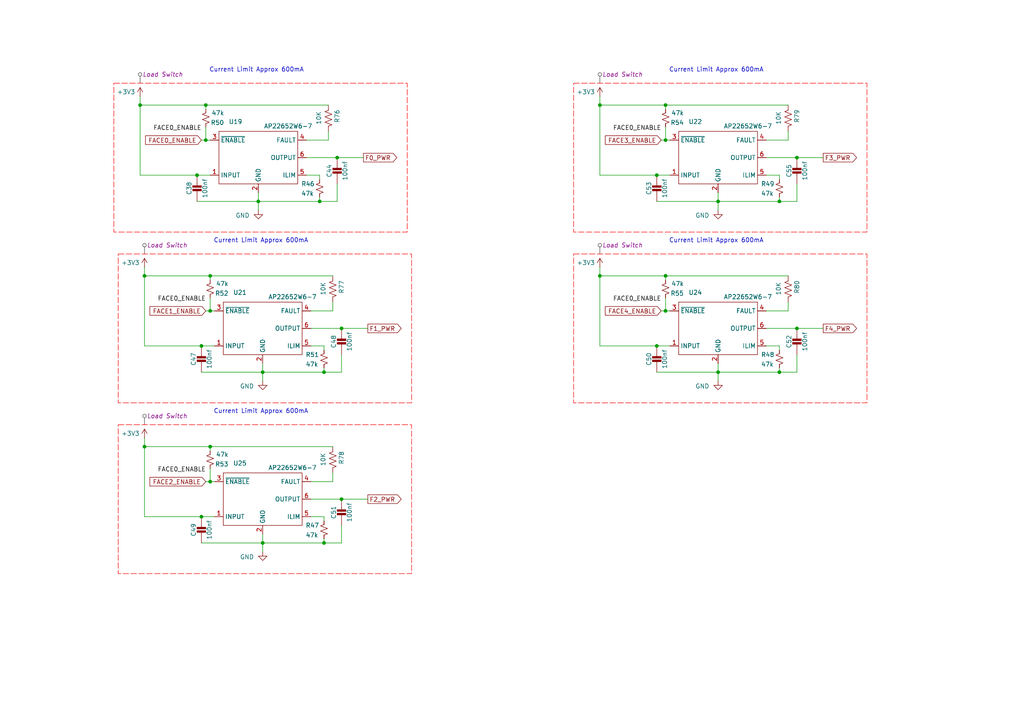
<source format=kicad_sch>
(kicad_sch (version 20250114) (generator "eeschema") (generator_version "9.0")
  (paper "A4")
  (lib_symbols
    (symbol "AP22652W6-7_1"
      (property "Reference" "U" (at -6.35 8.636 0))
      (property "Value" "AP22652W6-7" (at 8.636 9.144 0))
      (symbol "AP22652W6-7_1_0_1"
        (rectangle (start -11.43 7.62) (end 11.43 -7.62))
      )
      (symbol "AP22652W6-7_1_1_1"
        (pin output line (at -13.97 5.08 0) (length 2.54) (name "~{ENABLE}") (number "3"))
        (pin input line (at -13.97 -5.08 0) (length 2.54) (name "INPUT") (number "1"))
        (pin output line (at 0 -10.16 90) (length 2.54) (name "GND") (number "2"))
        (pin output line (at 13.97 5.08 180) (length 2.54) (name "FAULT") (number "4"))
        (pin output line (at 13.97 0 180) (length 2.54) (name "OUTPUT") (number "6"))
        (pin output line (at 13.97 -5.08 180) (length 2.54) (name "ILIM") (number "5"))
      )
    )
    (symbol "Adafruit ItsyBitsy RP2040-eagle-import:CAP_CERAMIC_0402NO"
      (property "Reference" "C" (at -2.29 1.25 90))
      (property "Value" "CAP_CERAMIC_0402NO" (at 2.3 1.25 90))
      (symbol "CAP_CERAMIC_0402NO_1_0"
        (rectangle (start -1.27 1.524) (end 1.27 2.032) (fill (type outline)))
        (rectangle (start -1.27 0.508) (end 1.27 1.016) (fill (type outline)))
        (polyline (pts (xy 0 2.54) (xy 0 1.778)) (stroke (width 0.1524)))
        (polyline (pts (xy 0 0.762) (xy 0 0)) (stroke (width 0.1524)))
        (pin passive line (at 0 5.08 270) (length 2.54) (name "1") (number "1"))
        (pin passive line (at 0 -2.54 90) (length 2.54) (name "2") (number "2"))
      )
    )
    (symbol "Device:R_Small_US" (pin_numbers (hide yes)) (pin_names (offset 0.254) (hide yes))
      (property "Reference" "R" (at 0.762 0.508 0))
      (property "Value" "R_Small_US" (at 0.762 -1.016 0))
      (symbol "R_Small_US_1_1"
        (polyline (pts (xy 0 1.524) (xy 1.016 1.143) (xy 0 0.762) (xy -1.016 0.381) (xy 0 0)))
        (polyline (pts (xy 0 0) (xy 1.016 -0.381) (xy 0 -0.762) (xy -1.016 -1.143) (xy 0 -1.524)))
        (pin passive line (at 0 2.54 270) (length 1.016) (name "~") (number "1"))
        (pin passive line (at 0 -2.54 90) (length 1.016) (name "~") (number "2"))
      )
    )
    (symbol "Device:R_US" (pin_numbers (hide yes)) (pin_names (offset 0))
      (property "Reference" "R" (at 2.54 0 90))
      (property "Value" "R_US" (at -2.54 0 90))
      (symbol "R_US_0_1"
        (polyline (pts (xy 0 2.286) (xy 0 2.54)))
        (polyline (pts (xy 0 2.286) (xy 1.016 1.905) (xy 0 1.524) (xy -1.016 1.143) (xy 0 0.762)))
        (polyline (pts (xy 0 0.762) (xy 1.016 0.381) (xy 0 0) (xy -1.016 -0.381) (xy 0 -0.762)))
        (polyline (pts (xy 0 -0.762) (xy 1.016 -1.143) (xy 0 -1.524) (xy -1.016 -1.905) (xy 0 -2.286)))
        (polyline (pts (xy 0 -2.286) (xy 0 -2.54)))
      )
      (symbol "R_US_1_1"
        (pin passive line (at 0 3.81 270) (length 1.27) (name "~") (number "1"))
        (pin passive line (at 0 -3.81 90) (length 1.27) (name "~") (number "2"))
      )
    )
    (symbol "GND_1" (power) (pin_numbers (hide yes)) (pin_names (offset 0) (hide yes))
      (property "Value" "GND" (at 0 -3.81 0))
      (symbol "GND_1_0_1"
        (polyline (pts (xy 0 0) (xy 0 -1.27) (xy 1.27 -1.27) (xy 0 -2.54) (xy -1.27 -1.27) (xy 0 -1.27)))
      )
      (symbol "GND_1_1_1"
        (pin power_in line (at 0 0 270) (length 0) (name "~") (number "1"))
      )
    )
    (symbol "power:+3V3" (power) (pin_numbers (hide yes)) (pin_names (offset 0) (hide yes))
      (property "Value" "+3V3" (at 0 3.556 0))
      (symbol "+3V3_0_1"
        (polyline (pts (xy -0.762 1.27) (xy 0 2.54)))
        (polyline (pts (xy 0 2.54) (xy 0.762 1.27)))
        (polyline (pts (xy 0 0) (xy 0 2.54)))
      )
      (symbol "+3V3_1_1"
        (pin power_in line (at 0 0 90) (length 0) (name "~") (number "1"))
      )
    )
  )
  (text "Current Limit Approx 600mA" (at 74.422 20.32 0) (effects (font (size 1.27 1.27))))
  (text "Current Limit Approx 600mA" (at 207.772 69.85 0) (effects (font (size 1.27 1.27))))
  (text "Current Limit Approx 600mA" (at 207.772 20.32 0) (effects (font (size 1.27 1.27))))
  (text "Current Limit Approx 600mA" (at 75.692 69.85 0) (effects (font (size 1.27 1.27))))
  (text "Current Limit Approx 600mA" (at 75.692 119.38 0) (effects (font (size 1.27 1.27))))
  (junction (at 41.91 129.54))
  (junction (at 41.91 80.01))
  (junction (at 193.04 80.01))
  (junction (at 208.28 58.42))
  (junction (at 60.96 80.01))
  (junction (at 231.14 95.25))
  (junction (at 60.96 129.54))
  (junction (at 60.96 139.7))
  (junction (at 193.04 30.48))
  (junction (at 193.04 40.64))
  (junction (at 59.69 40.64))
  (junction (at 74.93 58.42))
  (junction (at 59.69 30.48))
  (junction (at 93.98 157.48))
  (junction (at 60.96 90.17))
  (junction (at 231.14 45.72))
  (junction (at 57.15 50.8))
  (junction (at 99.06 144.78))
  (junction (at 173.99 80.01))
  (junction (at 76.2 157.48))
  (junction (at 193.04 90.17))
  (junction (at 76.2 107.95))
  (junction (at 99.06 95.25))
  (junction (at 226.06 107.95))
  (junction (at 97.79 45.72))
  (junction (at 226.06 58.42))
  (junction (at 208.28 107.95))
  (junction (at 93.98 107.95))
  (junction (at 190.5 50.8))
  (junction (at 92.71 58.42))
  (junction (at 40.64 30.48))
  (junction (at 58.42 149.86))
  (junction (at 58.42 100.33))
  (junction (at 190.5 100.33))
  (junction (at 173.99 30.48))
  (wire (pts (xy 226.06 100.33) (xy 222.25 100.33)))
  (wire (pts (xy 58.42 157.48) (xy 76.2 157.48)))
  (wire (pts (xy 99.06 95.25) (xy 106.68 95.25)))
  (wire (pts (xy 193.04 86.36) (xy 193.04 90.17)))
  (wire (pts (xy 60.96 80.01) (xy 60.96 81.28)))
  (wire (pts (xy 222.25 40.64) (xy 228.6 40.64)))
  (wire (pts (xy 60.96 135.89) (xy 60.96 139.7)))
  (wire (pts (xy 95.25 40.64) (xy 95.25 38.1)))
  (wire (pts (xy 92.71 50.8) (xy 88.9 50.8)))
  (wire (pts (xy 231.14 95.25) (xy 238.76 95.25)))
  (wire (pts (xy 228.6 40.64) (xy 228.6 38.1)))
  (wire (pts (xy 208.28 55.88) (xy 208.28 58.42)))
  (wire (pts (xy 190.5 50.8) (xy 173.99 50.8)))
  (wire (pts (xy 41.91 80.01) (xy 41.91 100.33)))
  (wire (pts (xy 226.06 50.8) (xy 222.25 50.8)))
  (wire (pts (xy 57.15 50.8) (xy 60.96 50.8)))
  (wire (pts (xy 96.52 139.7) (xy 96.52 137.16)))
  (wire (pts (xy 190.5 100.33) (xy 173.99 100.33)))
  (wire (pts (xy 190.5 50.8) (xy 194.31 50.8)))
  (wire (pts (xy 90.17 90.17) (xy 96.52 90.17)))
  (wire (pts (xy 59.69 36.83) (xy 59.69 40.64)))
  (wire (pts (xy 222.25 90.17) (xy 228.6 90.17)))
  (wire (pts (xy 88.9 40.64) (xy 95.25 40.64)))
  (wire (pts (xy 41.91 77.47) (xy 41.91 80.01)))
  (wire (pts (xy 191.77 90.17) (xy 193.04 90.17)))
  (wire (pts (xy 190.5 58.42) (xy 208.28 58.42)))
  (wire (pts (xy 208.28 58.42) (xy 208.28 60.96)))
  (wire (pts (xy 60.96 129.54) (xy 60.96 130.81)))
  (wire (pts (xy 76.2 154.94) (xy 76.2 157.48)))
  (wire (pts (xy 58.42 107.95) (xy 76.2 107.95)))
  (wire (pts (xy 99.06 152.4) (xy 99.06 157.48)))
  (wire (pts (xy 74.93 58.42) (xy 92.71 58.42)))
  (wire (pts (xy 226.06 52.07) (xy 226.06 50.8)))
  (wire (pts (xy 190.5 107.95) (xy 208.28 107.95)))
  (wire (pts (xy 40.64 30.48) (xy 59.69 30.48)))
  (wire (pts (xy 58.42 40.64) (xy 59.69 40.64)))
  (wire (pts (xy 99.06 157.48) (xy 93.98 157.48)))
  (wire (pts (xy 57.15 58.42) (xy 74.93 58.42)))
  (wire (pts (xy 193.04 30.48) (xy 193.04 31.75)))
  (wire (pts (xy 93.98 149.86) (xy 90.17 149.86)))
  (wire (pts (xy 208.28 105.41) (xy 208.28 107.95)))
  (wire (pts (xy 193.04 30.48) (xy 228.6 30.48)))
  (wire (pts (xy 40.64 30.48) (xy 40.64 50.8)))
  (wire (pts (xy 194.31 40.64) (xy 193.04 40.64)))
  (wire (pts (xy 173.99 27.94) (xy 173.99 30.48)))
  (wire (pts (xy 99.06 144.78) (xy 106.68 144.78)))
  (wire (pts (xy 41.91 129.54) (xy 60.96 129.54)))
  (wire (pts (xy 59.69 139.7) (xy 60.96 139.7)))
  (wire (pts (xy 92.71 58.42) (xy 92.71 57.15)))
  (wire (pts (xy 62.23 90.17) (xy 60.96 90.17)))
  (wire (pts (xy 40.64 27.94) (xy 40.64 30.48)))
  (wire (pts (xy 93.98 101.6) (xy 93.98 100.33)))
  (wire (pts (xy 231.14 45.72) (xy 238.76 45.72)))
  (wire (pts (xy 231.14 53.34) (xy 231.14 58.42)))
  (wire (pts (xy 226.06 107.95) (xy 226.06 106.68)))
  (wire (pts (xy 193.04 80.01) (xy 193.04 81.28)))
  (wire (pts (xy 228.6 90.17) (xy 228.6 87.63)))
  (wire (pts (xy 173.99 30.48) (xy 173.99 50.8)))
  (wire (pts (xy 222.25 45.72) (xy 231.14 45.72)))
  (wire (pts (xy 58.42 100.33) (xy 41.91 100.33)))
  (wire (pts (xy 231.14 58.42) (xy 226.06 58.42)))
  (wire (pts (xy 74.93 58.42) (xy 74.93 60.96)))
  (wire (pts (xy 90.17 95.25) (xy 99.06 95.25)))
  (wire (pts (xy 41.91 129.54) (xy 41.91 149.86)))
  (wire (pts (xy 59.69 90.17) (xy 60.96 90.17)))
  (wire (pts (xy 96.52 90.17) (xy 96.52 87.63)))
  (wire (pts (xy 97.79 45.72) (xy 105.41 45.72)))
  (wire (pts (xy 208.28 107.95) (xy 208.28 110.49)))
  (wire (pts (xy 88.9 45.72) (xy 97.79 45.72)))
  (wire (pts (xy 99.06 102.87) (xy 99.06 107.95)))
  (wire (pts (xy 173.99 77.47) (xy 173.99 80.01)))
  (wire (pts (xy 60.96 86.36) (xy 60.96 90.17)))
  (wire (pts (xy 41.91 80.01) (xy 60.96 80.01)))
  (wire (pts (xy 222.25 95.25) (xy 231.14 95.25)))
  (wire (pts (xy 93.98 157.48) (xy 93.98 156.21)))
  (wire (pts (xy 74.93 55.88) (xy 74.93 58.42)))
  (wire (pts (xy 173.99 80.01) (xy 173.99 100.33)))
  (wire (pts (xy 76.2 157.48) (xy 76.2 160.02)))
  (wire (pts (xy 194.31 90.17) (xy 193.04 90.17)))
  (wire (pts (xy 190.5 100.33) (xy 194.31 100.33)))
  (wire (pts (xy 93.98 107.95) (xy 93.98 106.68)))
  (wire (pts (xy 231.14 107.95) (xy 226.06 107.95)))
  (wire (pts (xy 60.96 40.64) (xy 59.69 40.64)))
  (wire (pts (xy 41.91 127) (xy 41.91 129.54)))
  (wire (pts (xy 59.69 30.48) (xy 95.25 30.48)))
  (wire (pts (xy 58.42 100.33) (xy 62.23 100.33)))
  (wire (pts (xy 62.23 139.7) (xy 60.96 139.7)))
  (wire (pts (xy 193.04 36.83) (xy 193.04 40.64)))
  (wire (pts (xy 173.99 30.48) (xy 193.04 30.48)))
  (wire (pts (xy 226.06 58.42) (xy 226.06 57.15)))
  (wire (pts (xy 58.42 149.86) (xy 62.23 149.86)))
  (wire (pts (xy 93.98 151.13) (xy 93.98 149.86)))
  (wire (pts (xy 57.15 50.8) (xy 40.64 50.8)))
  (wire (pts (xy 226.06 101.6) (xy 226.06 100.33)))
  (wire (pts (xy 99.06 107.95) (xy 93.98 107.95)))
  (wire (pts (xy 76.2 107.95) (xy 76.2 110.49)))
  (wire (pts (xy 92.71 52.07) (xy 92.71 50.8)))
  (wire (pts (xy 193.04 80.01) (xy 228.6 80.01)))
  (wire (pts (xy 76.2 107.95) (xy 93.98 107.95)))
  (wire (pts (xy 97.79 58.42) (xy 92.71 58.42)))
  (wire (pts (xy 59.69 30.48) (xy 59.69 31.75)))
  (wire (pts (xy 76.2 157.48) (xy 93.98 157.48)))
  (wire (pts (xy 58.42 149.86) (xy 41.91 149.86)))
  (wire (pts (xy 60.96 80.01) (xy 96.52 80.01)))
  (wire (pts (xy 231.14 102.87) (xy 231.14 107.95)))
  (wire (pts (xy 76.2 105.41) (xy 76.2 107.95)))
  (wire (pts (xy 208.28 58.42) (xy 226.06 58.42)))
  (wire (pts (xy 93.98 100.33) (xy 90.17 100.33)))
  (wire (pts (xy 97.79 53.34) (xy 97.79 58.42)))
  (wire (pts (xy 90.17 139.7) (xy 96.52 139.7)))
  (wire (pts (xy 208.28 107.95) (xy 226.06 107.95)))
  (wire (pts (xy 173.99 80.01) (xy 193.04 80.01)))
  (wire (pts (xy 191.77 40.64) (xy 193.04 40.64)))
  (wire (pts (xy 60.96 129.54) (xy 96.52 129.54)))
  (wire (pts (xy 90.17 144.78) (xy 99.06 144.78)))
  (label "FACE0_ENABLE" (at 177.8 38.1 0))
  (label "FACE0_ENABLE" (at 44.45 38.1 0))
  (label "FACE0_ENABLE" (at 45.72 87.63 0))
  (label "FACE0_ENABLE" (at 177.8 87.63 0))
  (label "FACE0_ENABLE" (at 45.72 137.16 0))
  (global_label "FACE0_ENABLE" (shape input) (at 58.42 40.64 180) (property "Intersheetrefs" "${INTERSHEET_REFS}" (effects (hide yes))))
  (global_label "F3_PWR" (shape output) (at 238.76 45.72 0) (property "Intersheetrefs" "${INTERSHEET_REFS}" (effects (hide yes))))
  (global_label "F1_PWR" (shape output) (at 106.68 95.25 0) (property "Intersheetrefs" "${INTERSHEET_REFS}" (effects (hide yes))))
  (global_label "FACE2_ENABLE" (shape input) (at 59.69 139.7 180) (property "Intersheetrefs" "${INTERSHEET_REFS}" (effects (hide yes))))
  (global_label "FACE3_ENABLE" (shape input) (at 191.77 40.64 180) (property "Intersheetrefs" "${INTERSHEET_REFS}" (effects (hide yes))))
  (global_label "F0_PWR" (shape output) (at 105.41 45.72 0) (property "Intersheetrefs" "${INTERSHEET_REFS}" (effects (hide yes))))
  (global_label "F4_PWR" (shape output) (at 238.76 95.25 0) (property "Intersheetrefs" "${INTERSHEET_REFS}" (effects (hide yes))))
  (global_label "FACE4_ENABLE" (shape input) (at 191.77 90.17 180) (property "Intersheetrefs" "${INTERSHEET_REFS}" (effects (hide yes))))
  (global_label "FACE1_ENABLE" (shape input) (at 59.69 90.17 180) (property "Intersheetrefs" "${INTERSHEET_REFS}" (effects (hide yes))))
  (global_label "F2_PWR" (shape output) (at 106.68 144.78 0) (property "Intersheetrefs" "${INTERSHEET_REFS}" (effects (hide yes))))
  (rule_area (polyline (pts (xy 33.02 24.13) (xy 118.11 24.13) (xy 118.11 67.31) (xy 33.02 67.31)) (stroke (width 0) (type dash))))
  (rule_area (polyline (pts (xy 166.37 24.13) (xy 251.46 24.13) (xy 251.46 67.31) (xy 166.37 67.31)) (stroke (width 0) (type dash))))
  (rule_area (polyline (pts (xy 166.37 73.66) (xy 251.46 73.66) (xy 251.46 116.84) (xy 166.37 116.84)) (stroke (width 0) (type dash))))
  (rule_area (polyline (pts (xy 34.29 73.66) (xy 119.38 73.66) (xy 119.38 116.84) (xy 34.29 116.84)) (stroke (width 0) (type dash))))
  (rule_area (polyline (pts (xy 34.29 123.19) (xy 119.38 123.19) (xy 119.38 166.37) (xy 34.29 166.37)) (stroke (width 0) (type dash))))
  (netclass_flag "" (length 2.54) (shape round) (at 41.91 73.66 0) (property "Component Class" "Load Switch" (at 42.6085 71.12 0) (effects (font (italic yes)) (justify left))))
  (netclass_flag "" (length 2.54) (shape round) (at 173.99 24.13 0) (property "Component Class" "Load Switch" (at 174.6885 21.59 0) (effects (font (italic yes)) (justify left))))
  (netclass_flag "" (length 2.54) (shape round) (at 41.91 123.19 0) (property "Component Class" "Load Switch" (at 42.6085 120.65 0) (effects (font (italic yes)) (justify left))))
  (netclass_flag "" (length 2.54) (shape round) (at 40.64 24.13 0) (property "Component Class" "Load Switch" (at 41.3385 21.59 0) (effects (font (italic yes)) (justify left))))
  (netclass_flag "" (length 2.54) (shape round) (at 173.99 73.66 0) (property "Component Class" "Load Switch" (at 174.6885 71.12 0) (effects (font (italic yes)) (justify left))))
  (symbol (lib_name "GND_1") (lib_id "power:GND") (at 76.2 160.02 0) (unit 1)
    (property "Reference" "#PWR0119" (effects (hide yes)))
    (property "Value" "GND" (at 71.628 161.544 0))
    (property "Description" "Power symbol creates a global label with name \"GND\" , ground" (effects (hide yes)))
  )
  (symbol (lib_id "Device:R_US") (at 95.25 34.29 0) (mirror y) (unit 1)
    (property "Reference" "R76" (at 97.79 31.75 90) (effects (justify right)))
    (property "Value" "10K" (at 92.456 32.258 90) (effects (justify right)))
    (property "Footprint" "Resistor_SMD:R_0603_1608Metric" (effects (hide yes)))
    (property "Description" "100K 0603" (effects (hide yes)))
  )
  (symbol (lib_id "power:+3V3") (at 173.99 77.47 0) (unit 1)
    (property "Reference" "#PWR0125" (effects (hide yes)))
    (property "Value" "+3V3" (at 169.926 76.2 0))
    (property "Description" "Power symbol creates a global label with name \"+3V3\"" (effects (hide yes)))
  )
  (symbol (lib_id "Device:R_Small_US") (at 193.04 83.82 0) (mirror x) (unit 1)
    (property "Reference" "R55" (at 198.374 85.09 0) (effects (justify right)))
    (property "Value" "47k" (at 198.374 82.296 0) (effects (justify right)))
    (property "Footprint" "Resistor_SMD:R_0603_1608Metric" (effects (hide yes)))
    (property "Description" "47 kOhms ±1% 0.1W, 1/10W Chip Resistor 0603 (1608 Metric) Automotive AEC-Q200 Thick Film" (effects (hide yes)))
    (property "DPN" "RMCF0603FT47K0CT-ND" (effects (hide yes)))
    (property "DST" "Digi-Key" (effects (hide yes)))
    (property "MFR" "Stackpole Electronics Inc" (effects (hide yes)))
    (property "MPN" "RMCF0603FT47K0" (effects (hide yes)))
  )
  (symbol (lib_id "Device:R_Small_US") (at 60.96 83.82 0) (mirror x) (unit 1)
    (property "Reference" "R52" (at 66.294 85.09 0) (effects (justify right)))
    (property "Value" "47k" (at 66.294 82.296 0) (effects (justify right)))
    (property "Footprint" "Resistor_SMD:R_0603_1608Metric" (effects (hide yes)))
    (property "Description" "47 kOhms ±1% 0.1W, 1/10W Chip Resistor 0603 (1608 Metric) Automotive AEC-Q200 Thick Film" (effects (hide yes)))
    (property "DPN" "RMCF0603FT47K0CT-ND" (effects (hide yes)))
    (property "DST" "Digi-Key" (effects (hide yes)))
    (property "MFR" "Stackpole Electronics Inc" (effects (hide yes)))
    (property "MPN" "RMCF0603FT47K0" (effects (hide yes)))
  )
  (symbol (lib_id "Adafruit ItsyBitsy RP2040-eagle-import:CAP_CERAMIC_0402NO") (at 190.5 105.41 0) (unit 1)
    (property "Reference" "C50" (at 188.21 104.16 90))
    (property "Value" "100nf" (at 192.8 104.16 90))
    (property "Footprint" "Capacitor_SMD:C_0402_1005Metric" (effects (hide yes)))
  )
  (symbol (lib_id "Device:R_Small_US") (at 59.69 34.29 0) (mirror x) (unit 1)
    (property "Reference" "R50" (at 65.024 35.56 0) (effects (justify right)))
    (property "Value" "47k" (at 65.024 32.766 0) (effects (justify right)))
    (property "Footprint" "Resistor_SMD:R_0603_1608Metric" (effects (hide yes)))
    (property "Description" "47 kOhms ±1% 0.1W, 1/10W Chip Resistor 0603 (1608 Metric) Automotive AEC-Q200 Thick Film" (effects (hide yes)))
    (property "DPN" "RMCF0603FT47K0CT-ND" (effects (hide yes)))
    (property "DST" "Digi-Key" (effects (hide yes)))
    (property "MFR" "Stackpole Electronics Inc" (effects (hide yes)))
    (property "MPN" "RMCF0603FT47K0" (effects (hide yes)))
  )
  (symbol (lib_id "power:+3V3") (at 41.91 77.47 0) (unit 1)
    (property "Reference" "#PWR0122" (effects (hide yes)))
    (property "Value" "+3V3" (at 37.846 76.2 0))
    (property "Description" "Power symbol creates a global label with name \"+3V3\"" (effects (hide yes)))
  )
  (symbol (lib_id "Device:R_Small_US") (at 226.06 104.14 0) (mirror y) (unit 1)
    (property "Reference" "R48" (at 220.726 102.87 0) (effects (justify right)))
    (property "Value" "47k" (at 220.726 105.664 0) (effects (justify right)))
    (property "Footprint" "Resistor_SMD:R_0603_1608Metric" (effects (hide yes)))
    (property "Description" "47 kOhms ±1% 0.1W, 1/10W Chip Resistor 0603 (1608 Metric) Automotive AEC-Q200 Thick Film" (effects (hide yes)))
    (property "DPN" "RMCF0603FT47K0CT-ND" (effects (hide yes)))
    (property "DST" "Digi-Key" (effects (hide yes)))
    (property "MFR" "Stackpole Electronics Inc" (effects (hide yes)))
    (property "MPN" "RMCF0603FT47K0" (effects (hide yes)))
  )
  (symbol (lib_name "GND_1") (lib_id "power:GND") (at 74.93 60.96 0) (unit 1)
    (property "Reference" "#PWR0117" (effects (hide yes)))
    (property "Value" "GND" (at 70.358 62.484 0))
    (property "Description" "Power symbol creates a global label with name \"GND\" , ground" (effects (hide yes)))
  )
  (symbol (lib_id "Adafruit ItsyBitsy RP2040-eagle-import:CAP_CERAMIC_0402NO") (at 190.5 55.88 0) (unit 1)
    (property "Reference" "C53" (at 188.21 54.63 90))
    (property "Value" "100nf" (at 192.8 54.63 90))
    (property "Footprint" "Capacitor_SMD:C_0402_1005Metric" (effects (hide yes)))
  )
  (symbol (lib_id "Adafruit ItsyBitsy RP2040-eagle-import:CAP_CERAMIC_0402NO") (at 99.06 149.86 0) (unit 1)
    (property "Reference" "C51" (at 96.77 148.61 90))
    (property "Value" "100nf" (at 101.36 148.61 90))
    (property "Footprint" "Capacitor_SMD:C_0402_1005Metric" (effects (hide yes)))
  )
  (symbol (lib_id "Device:R_US") (at 228.6 83.82 0) (mirror y) (unit 1)
    (property "Reference" "R80" (at 231.14 81.28 90) (effects (justify right)))
    (property "Value" "10K" (at 225.806 81.788 90) (effects (justify right)))
    (property "Footprint" "Resistor_SMD:R_0603_1608Metric" (effects (hide yes)))
    (property "Description" "100K 0603" (effects (hide yes)))
  )
  (symbol (lib_id "Device:R_Small_US") (at 60.96 133.35 0) (mirror x) (unit 1)
    (property "Reference" "R53" (at 66.294 134.62 0) (effects (justify right)))
    (property "Value" "47k" (at 66.294 131.826 0) (effects (justify right)))
    (property "Footprint" "Resistor_SMD:R_0603_1608Metric" (effects (hide yes)))
    (property "Description" "47 kOhms ±1% 0.1W, 1/10W Chip Resistor 0603 (1608 Metric) Automotive AEC-Q200 Thick Film" (effects (hide yes)))
    (property "DPN" "RMCF0603FT47K0CT-ND" (effects (hide yes)))
    (property "DST" "Digi-Key" (effects (hide yes)))
    (property "MFR" "Stackpole Electronics Inc" (effects (hide yes)))
    (property "MPN" "RMCF0603FT47K0" (effects (hide yes)))
  )
  (symbol (lib_id "Device:R_US") (at 96.52 83.82 0) (mirror y) (unit 1)
    (property "Reference" "R77" (at 99.06 81.28 90) (effects (justify right)))
    (property "Value" "10K" (at 93.726 81.788 90) (effects (justify right)))
    (property "Footprint" "Resistor_SMD:R_0603_1608Metric" (effects (hide yes)))
    (property "Description" "100K 0603" (effects (hide yes)))
  )
  (symbol (lib_id "Adafruit ItsyBitsy RP2040-eagle-import:CAP_CERAMIC_0402NO") (at 57.15 55.88 0) (unit 1)
    (property "Reference" "C38" (at 54.86 54.63 90))
    (property "Value" "100nf" (at 59.45 54.63 90))
    (property "Footprint" "Capacitor_SMD:C_0402_1005Metric" (effects (hide yes)))
  )
  (symbol (lib_id "power:+3V3") (at 40.64 27.94 0) (unit 1)
    (property "Reference" "#PWR0120" (effects (hide yes)))
    (property "Value" "+3V3" (at 36.576 26.67 0))
    (property "Description" "Power symbol creates a global label with name \"+3V3\"" (effects (hide yes)))
  )
  (symbol (lib_id "Device:R_US") (at 228.6 34.29 0) (mirror y) (unit 1)
    (property "Reference" "R79" (at 231.14 31.75 90) (effects (justify right)))
    (property "Value" "10K" (at 225.806 32.258 90) (effects (justify right)))
    (property "Footprint" "Resistor_SMD:R_0603_1608Metric" (effects (hide yes)))
    (property "Description" "100K 0603" (effects (hide yes)))
  )
  (symbol (lib_name "AP22652W6-7_1") (lib_id "PROVES:AP22652W6-7") (at 208.28 45.72 0) (unit 1)
    (property "Reference" "U22" (at 201.676 35.306 0))
    (property "Value" "AP22652W6-7" (at 216.916 36.576 0))
    (property "Footprint" "AP22652W6-7:SOT-23-6_L2.9-W1.6-P0.95-LS2.8-BL" (effects (hide yes)))
    (property "Datasheet" "https://www.diodes.com/datasheet/download/AP22652_AP22653_AP22652A_AP22653A.pdf" (effects (hide yes)))
    (property "Description" "2A ENABLE Low Load Switch" (effects (hide yes)))
  )
  (symbol (lib_id "power:+3V3") (at 41.91 127 0) (unit 1)
    (property "Reference" "#PWR0123" (effects (hide yes)))
    (property "Value" "+3V3" (at 37.846 125.73 0))
    (property "Description" "Power symbol creates a global label with name \"+3V3\"" (effects (hide yes)))
  )
  (symbol (lib_id "Device:R_Small_US") (at 226.06 54.61 0) (mirror y) (unit 1)
    (property "Reference" "R49" (at 220.726 53.34 0) (effects (justify right)))
    (property "Value" "47k" (at 220.726 56.134 0) (effects (justify right)))
    (property "Footprint" "Resistor_SMD:R_0603_1608Metric" (effects (hide yes)))
    (property "Description" "47 kOhms ±1% 0.1W, 1/10W Chip Resistor 0603 (1608 Metric) Automotive AEC-Q200 Thick Film" (effects (hide yes)))
    (property "DPN" "RMCF0603FT47K0CT-ND" (effects (hide yes)))
    (property "DST" "Digi-Key" (effects (hide yes)))
    (property "MFR" "Stackpole Electronics Inc" (effects (hide yes)))
    (property "MPN" "RMCF0603FT47K0" (effects (hide yes)))
  )
  (symbol (lib_id "Device:R_Small_US") (at 93.98 104.14 0) (mirror y) (unit 1)
    (property "Reference" "R51" (at 88.646 102.87 0) (effects (justify right)))
    (property "Value" "47k" (at 88.646 105.664 0) (effects (justify right)))
    (property "Footprint" "Resistor_SMD:R_0603_1608Metric" (effects (hide yes)))
    (property "Description" "47 kOhms ±1% 0.1W, 1/10W Chip Resistor 0603 (1608 Metric) Automotive AEC-Q200 Thick Film" (effects (hide yes)))
    (property "DPN" "RMCF0603FT47K0CT-ND" (effects (hide yes)))
    (property "DST" "Digi-Key" (effects (hide yes)))
    (property "MFR" "Stackpole Electronics Inc" (effects (hide yes)))
    (property "MPN" "RMCF0603FT47K0" (effects (hide yes)))
  )
  (symbol (lib_id "Adafruit ItsyBitsy RP2040-eagle-import:CAP_CERAMIC_0402NO") (at 97.79 50.8 0) (unit 1)
    (property "Reference" "C44" (at 95.5 49.55 90))
    (property "Value" "100nf" (at 100.09 49.55 90))
    (property "Footprint" "Capacitor_SMD:C_0402_1005Metric" (effects (hide yes)))
  )
  (symbol (lib_name "AP22652W6-7_1") (lib_id "PROVES:AP22652W6-7") (at 76.2 144.78 0) (unit 1)
    (property "Reference" "U25" (at 69.596 134.366 0))
    (property "Value" "AP22652W6-7" (at 84.836 135.636 0))
    (property "Footprint" "AP22652W6-7:SOT-23-6_L2.9-W1.6-P0.95-LS2.8-BL" (effects (hide yes)))
    (property "Datasheet" "https://www.diodes.com/datasheet/download/AP22652_AP22653_AP22652A_AP22653A.pdf" (effects (hide yes)))
    (property "Description" "2A ENABLE Low Load Switch" (effects (hide yes)))
  )
  (symbol (lib_name "AP22652W6-7_1") (lib_id "PROVES:AP22652W6-7") (at 74.93 45.72 0) (unit 1)
    (property "Reference" "U19" (at 68.326 35.306 0))
    (property "Value" "AP22652W6-7" (at 83.566 36.576 0))
    (property "Footprint" "AP22652W6-7:SOT-23-6_L2.9-W1.6-P0.95-LS2.8-BL" (effects (hide yes)))
    (property "Datasheet" "https://www.diodes.com/datasheet/download/AP22652_AP22653_AP22652A_AP22653A.pdf" (effects (hide yes)))
    (property "Description" "2A ENABLE Low Load Switch" (effects (hide yes)))
  )
  (symbol (lib_name "AP22652W6-7_1") (lib_id "PROVES:AP22652W6-7") (at 208.28 95.25 0) (unit 1)
    (property "Reference" "U24" (at 201.676 84.836 0))
    (property "Value" "AP22652W6-7" (at 216.916 86.106 0))
    (property "Footprint" "AP22652W6-7:SOT-23-6_L2.9-W1.6-P0.95-LS2.8-BL" (effects (hide yes)))
    (property "Datasheet" "https://www.diodes.com/datasheet/download/AP22652_AP22653_AP22652A_AP22653A.pdf" (effects (hide yes)))
    (property "Description" "2A ENABLE Low Load Switch" (effects (hide yes)))
  )
  (symbol (lib_name "GND_1") (lib_id "power:GND") (at 208.28 110.49 0) (unit 1)
    (property "Reference" "#PWR0127" (effects (hide yes)))
    (property "Value" "GND" (at 203.708 112.014 0))
    (property "Description" "Power symbol creates a global label with name \"GND\" , ground" (effects (hide yes)))
  )
  (symbol (lib_id "Adafruit ItsyBitsy RP2040-eagle-import:CAP_CERAMIC_0402NO") (at 231.14 50.8 0) (unit 1)
    (property "Reference" "C55" (at 228.85 49.55 90))
    (property "Value" "100nf" (at 233.44 49.55 90))
    (property "Footprint" "Capacitor_SMD:C_0402_1005Metric" (effects (hide yes)))
  )
  (symbol (lib_name "GND_1") (lib_id "power:GND") (at 208.28 60.96 0) (unit 1)
    (property "Reference" "#PWR0124" (effects (hide yes)))
    (property "Value" "GND" (at 203.708 62.484 0))
    (property "Description" "Power symbol creates a global label with name \"GND\" , ground" (effects (hide yes)))
  )
  (symbol (lib_id "Adafruit ItsyBitsy RP2040-eagle-import:CAP_CERAMIC_0402NO") (at 99.06 100.33 0) (unit 1)
    (property "Reference" "C48" (at 96.77 99.08 90))
    (property "Value" "100nf" (at 101.36 99.08 90))
    (property "Footprint" "Capacitor_SMD:C_0402_1005Metric" (effects (hide yes)))
  )
  (symbol (lib_id "Adafruit ItsyBitsy RP2040-eagle-import:CAP_CERAMIC_0402NO") (at 58.42 154.94 0) (unit 1)
    (property "Reference" "C49" (at 56.13 153.69 90))
    (property "Value" "100nf" (at 60.72 153.69 90))
    (property "Footprint" "Capacitor_SMD:C_0402_1005Metric" (effects (hide yes)))
  )
  (symbol (lib_id "Device:R_Small_US") (at 93.98 153.67 0) (mirror y) (unit 1)
    (property "Reference" "R47" (at 88.646 152.4 0) (effects (justify right)))
    (property "Value" "47k" (at 88.646 155.194 0) (effects (justify right)))
    (property "Footprint" "Resistor_SMD:R_0603_1608Metric" (effects (hide yes)))
    (property "Description" "47 kOhms ±1% 0.1W, 1/10W Chip Resistor 0603 (1608 Metric) Automotive AEC-Q200 Thick Film" (effects (hide yes)))
    (property "DPN" "RMCF0603FT47K0CT-ND" (effects (hide yes)))
    (property "DST" "Digi-Key" (effects (hide yes)))
    (property "MFR" "Stackpole Electronics Inc" (effects (hide yes)))
    (property "MPN" "RMCF0603FT47K0" (effects (hide yes)))
  )
  (symbol (lib_id "Device:R_US") (at 96.52 133.35 0) (mirror y) (unit 1)
    (property "Reference" "R78" (at 99.06 130.81 90) (effects (justify right)))
    (property "Value" "10K" (at 93.726 131.318 90) (effects (justify right)))
    (property "Footprint" "Resistor_SMD:R_0603_1608Metric" (effects (hide yes)))
    (property "Description" "100K 0603" (effects (hide yes)))
  )
  (symbol (lib_name "GND_1") (lib_id "power:GND") (at 76.2 110.49 0) (unit 1)
    (property "Reference" "#PWR0118" (effects (hide yes)))
    (property "Value" "GND" (at 71.628 112.014 0))
    (property "Description" "Power symbol creates a global label with name \"GND\" , ground" (effects (hide yes)))
  )
  (symbol (lib_id "Adafruit ItsyBitsy RP2040-eagle-import:CAP_CERAMIC_0402NO") (at 58.42 105.41 0) (unit 1)
    (property "Reference" "C47" (at 56.13 104.16 90))
    (property "Value" "100nf" (at 60.72 104.16 90))
    (property "Footprint" "Capacitor_SMD:C_0402_1005Metric" (effects (hide yes)))
  )
  (symbol (lib_id "Device:R_Small_US") (at 92.71 54.61 0) (mirror y) (unit 1)
    (property "Reference" "R46" (at 87.376 53.34 0) (effects (justify right)))
    (property "Value" "47k" (at 87.376 56.134 0) (effects (justify right)))
    (property "Footprint" "Resistor_SMD:R_0603_1608Metric" (effects (hide yes)))
    (property "Description" "47 kOhms ±1% 0.1W, 1/10W Chip Resistor 0603 (1608 Metric) Automotive AEC-Q200 Thick Film" (effects (hide yes)))
    (property "DPN" "RMCF0603FT47K0CT-ND" (effects (hide yes)))
    (property "DST" "Digi-Key" (effects (hide yes)))
    (property "MFR" "Stackpole Electronics Inc" (effects (hide yes)))
    (property "MPN" "RMCF0603FT47K0" (effects (hide yes)))
  )
  (symbol (lib_id "Adafruit ItsyBitsy RP2040-eagle-import:CAP_CERAMIC_0402NO") (at 231.14 100.33 0) (unit 1)
    (property "Reference" "C52" (at 228.85 99.08 90))
    (property "Value" "100nf" (at 233.44 99.08 90))
    (property "Footprint" "Capacitor_SMD:C_0402_1005Metric" (effects (hide yes)))
  )
  (symbol (lib_name "AP22652W6-7_1") (lib_id "PROVES:AP22652W6-7") (at 76.2 95.25 0) (unit 1)
    (property "Reference" "U21" (at 69.596 84.836 0))
    (property "Value" "AP22652W6-7" (at 84.836 86.106 0))
    (property "Footprint" "AP22652W6-7:SOT-23-6_L2.9-W1.6-P0.95-LS2.8-BL" (effects (hide yes)))
    (property "Datasheet" "https://www.diodes.com/datasheet/download/AP22652_AP22653_AP22652A_AP22653A.pdf" (effects (hide yes)))
    (property "Description" "2A ENABLE Low Load Switch" (effects (hide yes)))
  )
  (symbol (lib_id "power:+3V3") (at 173.99 27.94 0) (unit 1)
    (property "Reference" "#PWR0121" (effects (hide yes)))
    (property "Value" "+3V3" (at 169.926 26.67 0))
    (property "Description" "Power symbol creates a global label with name \"+3V3\"" (effects (hide yes)))
  )
  (symbol (lib_id "Device:R_Small_US") (at 193.04 34.29 0) (mirror x) (unit 1)
    (property "Reference" "R54" (at 198.374 35.56 0) (effects (justify right)))
    (property "Value" "47k" (at 198.374 32.766 0) (effects (justify right)))
    (property "Footprint" "Resistor_SMD:R_0603_1608Metric" (effects (hide yes)))
    (property "Description" "47 kOhms ±1% 0.1W, 1/10W Chip Resistor 0603 (1608 Metric) Automotive AEC-Q200 Thick Film" (effects (hide yes)))
    (property "DPN" "RMCF0603FT47K0CT-ND" (effects (hide yes)))
    (property "DST" "Digi-Key" (effects (hide yes)))
    (property "MFR" "Stackpole Electronics Inc" (effects (hide yes)))
    (property "MPN" "RMCF0603FT47K0" (effects (hide yes)))
  )
)
</source>
